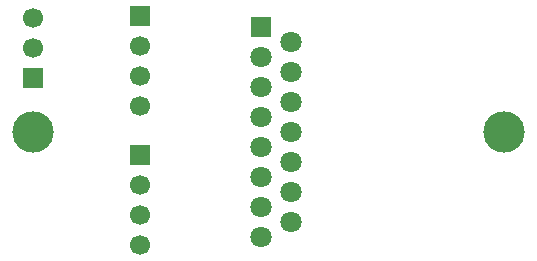
<source format=gbr>
%TF.GenerationSoftware,KiCad,Pcbnew,9.0.1*%
%TF.CreationDate,2025-04-10T17:15:12+02:00*%
%TF.ProjectId,projet_rubix_cube,70726f6a-6574-45f7-9275-6269785f6375,rev?*%
%TF.SameCoordinates,Original*%
%TF.FileFunction,Soldermask,Bot*%
%TF.FilePolarity,Negative*%
%FSLAX46Y46*%
G04 Gerber Fmt 4.6, Leading zero omitted, Abs format (unit mm)*
G04 Created by KiCad (PCBNEW 9.0.1) date 2025-04-10 17:15:12*
%MOMM*%
%LPD*%
G01*
G04 APERTURE LIST*
%ADD10R,1.700000X1.700000*%
%ADD11C,1.700000*%
%ADD12C,3.500000*%
%ADD13R,1.800000X1.800000*%
%ADD14C,1.800000*%
G04 APERTURE END LIST*
D10*
%TO.C,J2*%
X133000000Y-45960000D03*
D11*
X133000000Y-48500000D03*
X133000000Y-51040000D03*
X133000000Y-53580000D03*
%TD*%
D12*
%TO.C,U2*%
X163820000Y-43995000D03*
D13*
X143280000Y-35105000D03*
D14*
X145820000Y-36375000D03*
X143280000Y-37645000D03*
X145820000Y-38915000D03*
X143280000Y-40185000D03*
X145820000Y-41455000D03*
X143280000Y-42725000D03*
X145820000Y-43995000D03*
X143280000Y-45265000D03*
X145820000Y-46535000D03*
X143280000Y-47805000D03*
X145820000Y-49075000D03*
X143280000Y-50345000D03*
X145820000Y-51615000D03*
X143280000Y-52885000D03*
%TD*%
D10*
%TO.C,J1*%
X133000000Y-34190000D03*
D11*
X133000000Y-36730000D03*
X133000000Y-39270000D03*
X133000000Y-41810000D03*
%TD*%
D10*
%TO.C,J3*%
X124000000Y-39500000D03*
D11*
X124000000Y-36960000D03*
X124000000Y-34420000D03*
%TD*%
D12*
%TO.C,*%
X124000000Y-44000000D03*
%TD*%
M02*

</source>
